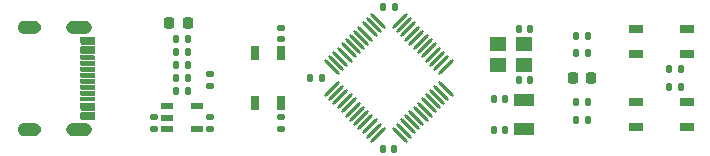
<source format=gtp>
%TF.GenerationSoftware,KiCad,Pcbnew,7.0.10*%
%TF.CreationDate,2024-02-06T11:27:38+08:00*%
%TF.ProjectId,UINIO-MCU-STM32F103C8T6,55494e49-4f2d-44d4-9355-2d53544d3332,Version 2.0.0*%
%TF.SameCoordinates,PX72c1710PY5584170*%
%TF.FileFunction,Paste,Top*%
%TF.FilePolarity,Positive*%
%FSLAX46Y46*%
G04 Gerber Fmt 4.6, Leading zero omitted, Abs format (unit mm)*
G04 Created by KiCad (PCBNEW 7.0.10) date 2024-02-06 11:27:38*
%MOMM*%
%LPD*%
G01*
G04 APERTURE LIST*
G04 Aperture macros list*
%AMRoundRect*
0 Rectangle with rounded corners*
0 $1 Rounding radius*
0 $2 $3 $4 $5 $6 $7 $8 $9 X,Y pos of 4 corners*
0 Add a 4 corners polygon primitive as box body*
4,1,4,$2,$3,$4,$5,$6,$7,$8,$9,$2,$3,0*
0 Add four circle primitives for the rounded corners*
1,1,$1+$1,$2,$3*
1,1,$1+$1,$4,$5*
1,1,$1+$1,$6,$7*
1,1,$1+$1,$8,$9*
0 Add four rect primitives between the rounded corners*
20,1,$1+$1,$2,$3,$4,$5,0*
20,1,$1+$1,$4,$5,$6,$7,0*
20,1,$1+$1,$6,$7,$8,$9,0*
20,1,$1+$1,$8,$9,$2,$3,0*%
%AMHorizOval*
0 Thick line with rounded ends*
0 $1 width*
0 $2 $3 position (X,Y) of the first rounded end (center of the circle)*
0 $4 $5 position (X,Y) of the second rounded end (center of the circle)*
0 Add line between two ends*
20,1,$1,$2,$3,$4,$5,0*
0 Add two circle primitives to create the rounded ends*
1,1,$1,$2,$3*
1,1,$1,$4,$5*%
G04 Aperture macros list end*
%ADD10C,0.120000*%
%ADD11RoundRect,0.135000X0.135000X0.185000X-0.135000X0.185000X-0.135000X-0.185000X0.135000X-0.185000X0*%
%ADD12RoundRect,0.140000X0.140000X0.170000X-0.140000X0.170000X-0.140000X-0.170000X0.140000X-0.170000X0*%
%ADD13RoundRect,0.135000X-0.135000X-0.185000X0.135000X-0.185000X0.135000X0.185000X-0.135000X0.185000X0*%
%ADD14R,0.650000X1.200000*%
%ADD15R,1.800000X1.000000*%
%ADD16R,1.000000X0.600000*%
%ADD17RoundRect,0.140000X-0.140000X-0.170000X0.140000X-0.170000X0.140000X0.170000X-0.140000X0.170000X0*%
%ADD18RoundRect,0.218750X-0.218750X-0.256250X0.218750X-0.256250X0.218750X0.256250X-0.218750X0.256250X0*%
%ADD19R,1.200000X0.650000*%
%ADD20RoundRect,0.140000X-0.170000X0.140000X-0.170000X-0.140000X0.170000X-0.140000X0.170000X0.140000X0*%
%ADD21RoundRect,0.135000X0.185000X-0.135000X0.185000X0.135000X-0.185000X0.135000X-0.185000X-0.135000X0*%
%ADD22R,1.150000X0.600000*%
%ADD23R,1.150000X0.300000*%
%ADD24RoundRect,0.140000X0.170000X-0.140000X0.170000X0.140000X-0.170000X0.140000X-0.170000X-0.140000X0*%
%ADD25R,1.400000X1.200000*%
%ADD26HorizOval,0.280000X-0.537401X0.537401X0.537401X-0.537401X0*%
%ADD27HorizOval,0.280000X0.537401X0.537401X-0.537401X-0.537401X0*%
%ADD28RoundRect,0.218750X0.218750X0.256250X-0.218750X0.256250X-0.218750X-0.256250X0.218750X-0.256250X0*%
G04 APERTURE END LIST*
%TO.C,USB1*%
D10*
X4405060Y-7272130D02*
X3255060Y-7272130D01*
X3255060Y-6672130D01*
X4405060Y-6672130D01*
X4405060Y-7272130D01*
G36*
X4405060Y-7272130D02*
G01*
X3255060Y-7272130D01*
X3255060Y-6672130D01*
X4405060Y-6672130D01*
X4405060Y-7272130D01*
G37*
X4405060Y-8072130D02*
X3255060Y-8072130D01*
X3255060Y-7472130D01*
X4405060Y-7472130D01*
X4405060Y-8072130D01*
G36*
X4405060Y-8072130D02*
G01*
X3255060Y-8072130D01*
X3255060Y-7472130D01*
X4405060Y-7472130D01*
X4405060Y-8072130D01*
G37*
X4405060Y-8572130D02*
X3255060Y-8572130D01*
X3255060Y-8272130D01*
X4405060Y-8272130D01*
X4405060Y-8572130D01*
G36*
X4405060Y-8572130D02*
G01*
X3255060Y-8572130D01*
X3255060Y-8272130D01*
X4405060Y-8272130D01*
X4405060Y-8572130D01*
G37*
X4405060Y-9072130D02*
X3255060Y-9072130D01*
X3255060Y-8772130D01*
X4405060Y-8772130D01*
X4405060Y-9072130D01*
G36*
X4405060Y-9072130D02*
G01*
X3255060Y-9072130D01*
X3255060Y-8772130D01*
X4405060Y-8772130D01*
X4405060Y-9072130D01*
G37*
X4405060Y-9572130D02*
X3255060Y-9572130D01*
X3255060Y-9272130D01*
X4405060Y-9272130D01*
X4405060Y-9572130D01*
G36*
X4405060Y-9572130D02*
G01*
X3255060Y-9572130D01*
X3255060Y-9272130D01*
X4405060Y-9272130D01*
X4405060Y-9572130D01*
G37*
X4405060Y-10072130D02*
X3255060Y-10072130D01*
X3255060Y-9772130D01*
X4405060Y-9772130D01*
X4405060Y-10072130D01*
G36*
X4405060Y-10072130D02*
G01*
X3255060Y-10072130D01*
X3255060Y-9772130D01*
X4405060Y-9772130D01*
X4405060Y-10072130D01*
G37*
X4405060Y-10572130D02*
X3255060Y-10572130D01*
X3255060Y-10272130D01*
X4405060Y-10272130D01*
X4405060Y-10572130D01*
G36*
X4405060Y-10572130D02*
G01*
X3255060Y-10572130D01*
X3255060Y-10272130D01*
X4405060Y-10272130D01*
X4405060Y-10572130D01*
G37*
X4405060Y-11072130D02*
X3255060Y-11072130D01*
X3255060Y-10772130D01*
X4405060Y-10772130D01*
X4405060Y-11072130D01*
G36*
X4405060Y-11072130D02*
G01*
X3255060Y-11072130D01*
X3255060Y-10772130D01*
X4405060Y-10772130D01*
X4405060Y-11072130D01*
G37*
X4405060Y-11572130D02*
X3255060Y-11572130D01*
X3255060Y-11272130D01*
X4405060Y-11272130D01*
X4405060Y-11572130D01*
G36*
X4405060Y-11572130D02*
G01*
X3255060Y-11572130D01*
X3255060Y-11272130D01*
X4405060Y-11272130D01*
X4405060Y-11572130D01*
G37*
X4405060Y-12072130D02*
X3255060Y-12072130D01*
X3255060Y-11772130D01*
X4405060Y-11772130D01*
X4405060Y-12072130D01*
G36*
X4405060Y-12072130D02*
G01*
X3255060Y-12072130D01*
X3255060Y-11772130D01*
X4405060Y-11772130D01*
X4405060Y-12072130D01*
G37*
X4405060Y-12872130D02*
X3255060Y-12872130D01*
X3255060Y-12272130D01*
X4405060Y-12272130D01*
X4405060Y-12872130D01*
G36*
X4405060Y-12872130D02*
G01*
X3255060Y-12872130D01*
X3255060Y-12272130D01*
X4405060Y-12272130D01*
X4405060Y-12872130D01*
G37*
X4405060Y-13672130D02*
X3255060Y-13672130D01*
X3255060Y-13072130D01*
X4405060Y-13072130D01*
X4405060Y-13672130D01*
G36*
X4405060Y-13672130D02*
G01*
X3255060Y-13672130D01*
X3255060Y-13072130D01*
X4405060Y-13072130D01*
X4405060Y-13672130D01*
G37*
X3715060Y-5357130D02*
X3809060Y-5385130D01*
X3895060Y-5431130D01*
X3971060Y-5493130D01*
X4033060Y-5569130D01*
X4080060Y-5656130D01*
X4108060Y-5749130D01*
X4118060Y-5847130D01*
X4108060Y-5945130D01*
X4080060Y-6038130D01*
X4033060Y-6125130D01*
X3971060Y-6201130D01*
X3895060Y-6263130D01*
X3809060Y-6309130D01*
X3715060Y-6337130D01*
X3618060Y-6347130D01*
X2518060Y-6347130D01*
X2420060Y-6337130D01*
X2326060Y-6309130D01*
X2240060Y-6263130D01*
X2164060Y-6201130D01*
X2102060Y-6125130D01*
X2056060Y-6038130D01*
X2027060Y-5945130D01*
X2018060Y-5847130D01*
X2027060Y-5749130D01*
X2056060Y-5656130D01*
X2102060Y-5569130D01*
X2164060Y-5493130D01*
X2240060Y-5431130D01*
X2326060Y-5385130D01*
X2420060Y-5357130D01*
X2518060Y-5347130D01*
X3618060Y-5347130D01*
X3715060Y-5357130D01*
G36*
X3715060Y-5357130D02*
G01*
X3809060Y-5385130D01*
X3895060Y-5431130D01*
X3971060Y-5493130D01*
X4033060Y-5569130D01*
X4080060Y-5656130D01*
X4108060Y-5749130D01*
X4118060Y-5847130D01*
X4108060Y-5945130D01*
X4080060Y-6038130D01*
X4033060Y-6125130D01*
X3971060Y-6201130D01*
X3895060Y-6263130D01*
X3809060Y-6309130D01*
X3715060Y-6337130D01*
X3618060Y-6347130D01*
X2518060Y-6347130D01*
X2420060Y-6337130D01*
X2326060Y-6309130D01*
X2240060Y-6263130D01*
X2164060Y-6201130D01*
X2102060Y-6125130D01*
X2056060Y-6038130D01*
X2027060Y-5945130D01*
X2018060Y-5847130D01*
X2027060Y-5749130D01*
X2056060Y-5656130D01*
X2102060Y-5569130D01*
X2164060Y-5493130D01*
X2240060Y-5431130D01*
X2326060Y-5385130D01*
X2420060Y-5357130D01*
X2518060Y-5347130D01*
X3618060Y-5347130D01*
X3715060Y-5357130D01*
G37*
X-584940Y-5357130D02*
X-490940Y-5385130D01*
X-404940Y-5431130D01*
X-328940Y-5493130D01*
X-266940Y-5569130D01*
X-219940Y-5656130D01*
X-191940Y-5749130D01*
X-181940Y-5847130D01*
X-191940Y-5945130D01*
X-219940Y-6038130D01*
X-266940Y-6125130D01*
X-328940Y-6201130D01*
X-404940Y-6263130D01*
X-490940Y-6309130D01*
X-584940Y-6337130D01*
X-681940Y-6347130D01*
X-1581940Y-6347130D01*
X-1679940Y-6337130D01*
X-1773940Y-6309130D01*
X-1859940Y-6263130D01*
X-1935940Y-6201130D01*
X-1997940Y-6125130D01*
X-2043940Y-6038130D01*
X-2072940Y-5945130D01*
X-2081940Y-5847130D01*
X-2072940Y-5749130D01*
X-2043940Y-5656130D01*
X-1997940Y-5569130D01*
X-1935940Y-5493130D01*
X-1859940Y-5431130D01*
X-1773940Y-5385130D01*
X-1679940Y-5357130D01*
X-1581940Y-5347130D01*
X-681940Y-5347130D01*
X-584940Y-5357130D01*
G36*
X-584940Y-5357130D02*
G01*
X-490940Y-5385130D01*
X-404940Y-5431130D01*
X-328940Y-5493130D01*
X-266940Y-5569130D01*
X-219940Y-5656130D01*
X-191940Y-5749130D01*
X-181940Y-5847130D01*
X-191940Y-5945130D01*
X-219940Y-6038130D01*
X-266940Y-6125130D01*
X-328940Y-6201130D01*
X-404940Y-6263130D01*
X-490940Y-6309130D01*
X-584940Y-6337130D01*
X-681940Y-6347130D01*
X-1581940Y-6347130D01*
X-1679940Y-6337130D01*
X-1773940Y-6309130D01*
X-1859940Y-6263130D01*
X-1935940Y-6201130D01*
X-1997940Y-6125130D01*
X-2043940Y-6038130D01*
X-2072940Y-5945130D01*
X-2081940Y-5847130D01*
X-2072940Y-5749130D01*
X-2043940Y-5656130D01*
X-1997940Y-5569130D01*
X-1935940Y-5493130D01*
X-1859940Y-5431130D01*
X-1773940Y-5385130D01*
X-1679940Y-5357130D01*
X-1581940Y-5347130D01*
X-681940Y-5347130D01*
X-584940Y-5357130D01*
G37*
X3715060Y-14007130D02*
X3809060Y-14035130D01*
X3895060Y-14081130D01*
X3971060Y-14143130D01*
X4033060Y-14219130D01*
X4080060Y-14306130D01*
X4108060Y-14399130D01*
X4118060Y-14497130D01*
X4108060Y-14595130D01*
X4080060Y-14688130D01*
X4033060Y-14775130D01*
X3971060Y-14851130D01*
X3895060Y-14913130D01*
X3809060Y-14959130D01*
X3715060Y-14987130D01*
X3618060Y-14997130D01*
X2518060Y-14997130D01*
X2420060Y-14987130D01*
X2326060Y-14959130D01*
X2240060Y-14913130D01*
X2164060Y-14851130D01*
X2102060Y-14775130D01*
X2056060Y-14688130D01*
X2027060Y-14595130D01*
X2018060Y-14497130D01*
X2027060Y-14399130D01*
X2056060Y-14306130D01*
X2102060Y-14219130D01*
X2164060Y-14143130D01*
X2240060Y-14081130D01*
X2326060Y-14035130D01*
X2420060Y-14007130D01*
X2518060Y-13997130D01*
X3618060Y-13997130D01*
X3715060Y-14007130D01*
G36*
X3715060Y-14007130D02*
G01*
X3809060Y-14035130D01*
X3895060Y-14081130D01*
X3971060Y-14143130D01*
X4033060Y-14219130D01*
X4080060Y-14306130D01*
X4108060Y-14399130D01*
X4118060Y-14497130D01*
X4108060Y-14595130D01*
X4080060Y-14688130D01*
X4033060Y-14775130D01*
X3971060Y-14851130D01*
X3895060Y-14913130D01*
X3809060Y-14959130D01*
X3715060Y-14987130D01*
X3618060Y-14997130D01*
X2518060Y-14997130D01*
X2420060Y-14987130D01*
X2326060Y-14959130D01*
X2240060Y-14913130D01*
X2164060Y-14851130D01*
X2102060Y-14775130D01*
X2056060Y-14688130D01*
X2027060Y-14595130D01*
X2018060Y-14497130D01*
X2027060Y-14399130D01*
X2056060Y-14306130D01*
X2102060Y-14219130D01*
X2164060Y-14143130D01*
X2240060Y-14081130D01*
X2326060Y-14035130D01*
X2420060Y-14007130D01*
X2518060Y-13997130D01*
X3618060Y-13997130D01*
X3715060Y-14007130D01*
G37*
X-584940Y-14007130D02*
X-490940Y-14035130D01*
X-404940Y-14081130D01*
X-328940Y-14143130D01*
X-266940Y-14219130D01*
X-219940Y-14306130D01*
X-191940Y-14399130D01*
X-181940Y-14497130D01*
X-191940Y-14595130D01*
X-219940Y-14688130D01*
X-266940Y-14775130D01*
X-328940Y-14851130D01*
X-404940Y-14913130D01*
X-490940Y-14959130D01*
X-584940Y-14987130D01*
X-681940Y-14997130D01*
X-1581940Y-14997130D01*
X-1679940Y-14987130D01*
X-1773940Y-14959130D01*
X-1859940Y-14913130D01*
X-1935940Y-14851130D01*
X-1997940Y-14775130D01*
X-2043940Y-14688130D01*
X-2072940Y-14595130D01*
X-2081940Y-14497130D01*
X-2072940Y-14399130D01*
X-2043940Y-14306130D01*
X-1997940Y-14219130D01*
X-1935940Y-14143130D01*
X-1859940Y-14081130D01*
X-1773940Y-14035130D01*
X-1679940Y-14007130D01*
X-1581940Y-13997130D01*
X-681940Y-13997130D01*
X-584940Y-14007130D01*
G36*
X-584940Y-14007130D02*
G01*
X-490940Y-14035130D01*
X-404940Y-14081130D01*
X-328940Y-14143130D01*
X-266940Y-14219130D01*
X-219940Y-14306130D01*
X-191940Y-14399130D01*
X-181940Y-14497130D01*
X-191940Y-14595130D01*
X-219940Y-14688130D01*
X-266940Y-14775130D01*
X-328940Y-14851130D01*
X-404940Y-14913130D01*
X-490940Y-14959130D01*
X-584940Y-14987130D01*
X-681940Y-14997130D01*
X-1581940Y-14997130D01*
X-1679940Y-14987130D01*
X-1773940Y-14959130D01*
X-1859940Y-14913130D01*
X-1935940Y-14851130D01*
X-1997940Y-14775130D01*
X-2043940Y-14688130D01*
X-2072940Y-14595130D01*
X-2081940Y-14497130D01*
X-2072940Y-14399130D01*
X-2043940Y-14306130D01*
X-1997940Y-14219130D01*
X-1935940Y-14143130D01*
X-1859940Y-14081130D01*
X-1773940Y-14035130D01*
X-1679940Y-14007130D01*
X-1581940Y-13997130D01*
X-681940Y-13997130D01*
X-584940Y-14007130D01*
G37*
%TD*%
D11*
%TO.C,R1*%
X12329060Y-6904468D03*
X11309060Y-6904468D03*
%TD*%
D12*
%TO.C,C7*%
X46190000Y-13727130D03*
X45230000Y-13727130D03*
%TD*%
D13*
%TO.C,R8*%
X53080000Y-9410000D03*
X54100000Y-9410000D03*
%TD*%
D14*
%TO.C,SW2*%
X20205000Y-8022130D03*
X20205000Y-12322130D03*
X18055000Y-8022130D03*
X18055000Y-12322130D03*
%TD*%
D15*
%TO.C,Y1*%
X40799060Y-12012130D03*
X40799060Y-14512130D03*
%TD*%
D16*
%TO.C,U1*%
X10529060Y-12576130D03*
X10529060Y-13526130D03*
X10529060Y-14476130D03*
X13129060Y-14476130D03*
X13129060Y-12576130D03*
%TD*%
D17*
%TO.C,C11*%
X38239060Y-11972130D03*
X39199060Y-11972130D03*
%TD*%
D18*
%TO.C,D1*%
X10751560Y-5490000D03*
X12326560Y-5490000D03*
%TD*%
D19*
%TO.C,SW3*%
X50260000Y-12182130D03*
X54560000Y-12182130D03*
X50260000Y-14332130D03*
X54560000Y-14332130D03*
%TD*%
D20*
%TO.C,C2*%
X9429060Y-13512130D03*
X9429060Y-14472130D03*
%TD*%
D13*
%TO.C,R10*%
X45200000Y-12177130D03*
X46220000Y-12177130D03*
%TD*%
%TO.C,R4*%
X11310000Y-11311846D03*
X12330000Y-11311846D03*
%TD*%
D12*
%TO.C,C4*%
X29829060Y-4172130D03*
X28869060Y-4172130D03*
%TD*%
D21*
%TO.C,R12*%
X14229060Y-10850000D03*
X14229060Y-9830000D03*
%TD*%
D17*
%TO.C,C10*%
X38239060Y-14542130D03*
X39199060Y-14542130D03*
%TD*%
D22*
%TO.C,USB1*%
X3830060Y-6972130D03*
X3830060Y-7772130D03*
D23*
X3830060Y-8922130D03*
X3830060Y-9922130D03*
X3830060Y-10422130D03*
X3830060Y-11422130D03*
D22*
X3830060Y-13372130D03*
X3830060Y-12572130D03*
D23*
X3830060Y-11922130D03*
X3830060Y-10922130D03*
X3830060Y-9422130D03*
X3830060Y-8422130D03*
%TD*%
D24*
%TO.C,C5*%
X14230000Y-14472130D03*
X14230000Y-13512130D03*
%TD*%
D11*
%TO.C,R9*%
X54100000Y-10940000D03*
X53080000Y-10940000D03*
%TD*%
D25*
%TO.C,Y2*%
X40759060Y-7332130D03*
X38559060Y-7332130D03*
X38559060Y-9032130D03*
X40759060Y-9032130D03*
%TD*%
D13*
%TO.C,R5*%
X45200000Y-8077130D03*
X46220000Y-8077130D03*
%TD*%
D17*
%TO.C,C6*%
X28859060Y-16152130D03*
X29819060Y-16152130D03*
%TD*%
D26*
%TO.C,U2*%
X30268299Y-14975456D03*
X30621852Y-14621903D03*
X30975406Y-14268349D03*
X31328959Y-13914796D03*
X31682512Y-13561243D03*
X32036066Y-13207689D03*
X32389619Y-12854136D03*
X32743173Y-12500582D03*
X33096726Y-12147029D03*
X33450279Y-11793476D03*
X33803833Y-11439922D03*
X34157386Y-11086369D03*
D27*
X34157386Y-9247891D03*
X33803833Y-8894338D03*
X33450279Y-8540784D03*
X33096726Y-8187231D03*
X32743173Y-7833678D03*
X32389619Y-7480124D03*
X32036066Y-7126571D03*
X31682512Y-6773017D03*
X31328959Y-6419464D03*
X30975406Y-6065911D03*
X30621852Y-5712357D03*
X30268299Y-5358804D03*
D26*
X28429821Y-5358804D03*
X28076268Y-5712357D03*
X27722714Y-6065911D03*
X27369161Y-6419464D03*
X27015608Y-6773017D03*
X26662054Y-7126571D03*
X26308501Y-7480124D03*
X25954947Y-7833678D03*
X25601394Y-8187231D03*
X25247841Y-8540784D03*
X24894287Y-8894338D03*
X24540734Y-9247891D03*
D27*
X24540734Y-11086369D03*
X24894287Y-11439922D03*
X25247841Y-11793476D03*
X25601394Y-12147029D03*
X25954947Y-12500582D03*
X26308501Y-12854136D03*
X26662054Y-13207689D03*
X27015608Y-13561243D03*
X27369161Y-13914796D03*
X27722714Y-14268349D03*
X28076268Y-14621903D03*
X28429821Y-14975456D03*
%TD*%
D12*
%TO.C,C8*%
X41329060Y-10342130D03*
X40369060Y-10342130D03*
%TD*%
D13*
%TO.C,R3*%
X11310000Y-9108156D03*
X12330000Y-9108156D03*
%TD*%
%TO.C,R2*%
X11310000Y-10210000D03*
X12330000Y-10210000D03*
%TD*%
D12*
%TO.C,C1*%
X46190000Y-6577130D03*
X45230000Y-6577130D03*
%TD*%
D28*
%TO.C,L1*%
X46497500Y-10177130D03*
X44922500Y-10177130D03*
%TD*%
D24*
%TO.C,C9*%
X20210000Y-6860000D03*
X20210000Y-5900000D03*
%TD*%
D13*
%TO.C,R11*%
X11310000Y-8006312D03*
X12330000Y-8006312D03*
%TD*%
D17*
%TO.C,C3*%
X22699060Y-10132130D03*
X23659060Y-10132130D03*
%TD*%
D21*
%TO.C,R6*%
X20210000Y-14490000D03*
X20210000Y-13470000D03*
%TD*%
D12*
%TO.C,C12*%
X41329060Y-6022130D03*
X40369060Y-6022130D03*
%TD*%
D19*
%TO.C,SW1*%
X54550000Y-8172130D03*
X50250000Y-8172130D03*
X54550000Y-6022130D03*
X50250000Y-6022130D03*
%TD*%
M02*

</source>
